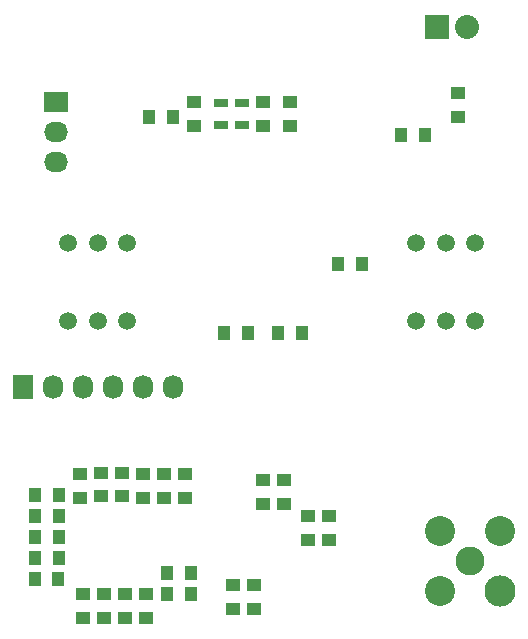
<source format=gbs>
G04 #@! TF.FileFunction,Soldermask,Bot*
%FSLAX46Y46*%
G04 Gerber Fmt 4.6, Leading zero omitted, Abs format (unit mm)*
G04 Created by KiCad (PCBNEW (2015-09-23 BZR 6209)-product) date Thu 24 Sep 2015 02:01:43 PM EDT*
%MOMM*%
G01*
G04 APERTURE LIST*
%ADD10C,0.100000*%
%ADD11R,1.250000X1.000000*%
%ADD12R,1.000000X1.250000*%
%ADD13R,1.300000X0.700000*%
%ADD14C,1.500000*%
%ADD15R,2.032000X1.727200*%
%ADD16O,2.032000X1.727200*%
%ADD17R,2.032000X2.032000*%
%ADD18O,2.032000X2.032000*%
%ADD19C,2.440000*%
%ADD20C,2.540000*%
%ADD21C,2.640000*%
%ADD22R,1.727200X2.032000*%
%ADD23O,1.727200X2.032000*%
G04 APERTURE END LIST*
D10*
D11*
X24892000Y-11668000D03*
X24892000Y-9668000D03*
X16764000Y-11668000D03*
X16764000Y-9668000D03*
D12*
X12970000Y-10922000D03*
X14970000Y-10922000D03*
D11*
X22606000Y-11668000D03*
X22606000Y-9668000D03*
D12*
X28988000Y-23368000D03*
X30988000Y-23368000D03*
X19320000Y-29210000D03*
X21320000Y-29210000D03*
X25892000Y-29210000D03*
X23892000Y-29210000D03*
D11*
X39116000Y-8906000D03*
X39116000Y-10906000D03*
D12*
X34306000Y-12446000D03*
X36306000Y-12446000D03*
D11*
X21844000Y-52578000D03*
X21844000Y-50578000D03*
X20066000Y-52578000D03*
X20066000Y-50578000D03*
X10668000Y-43021000D03*
X10668000Y-41021000D03*
X12446000Y-43180000D03*
X12446000Y-41180000D03*
X8890000Y-43021000D03*
X8890000Y-41021000D03*
X7112000Y-43164000D03*
X7112000Y-41164000D03*
D12*
X5318000Y-42926000D03*
X3318000Y-42926000D03*
X5318000Y-44704000D03*
X3318000Y-44704000D03*
D11*
X7366000Y-51324000D03*
X7366000Y-53324000D03*
X9144000Y-51324000D03*
X9144000Y-53324000D03*
D12*
X5302000Y-50038000D03*
X3302000Y-50038000D03*
D11*
X26416000Y-44704000D03*
X26416000Y-46704000D03*
D12*
X5334000Y-48260000D03*
X3334000Y-48260000D03*
D11*
X28194000Y-44704000D03*
X28194000Y-46704000D03*
X24384000Y-41688000D03*
X24384000Y-43688000D03*
D12*
X5334000Y-46482000D03*
X3334000Y-46482000D03*
D11*
X22606000Y-41656000D03*
X22606000Y-43656000D03*
X16002000Y-43164000D03*
X16002000Y-41164000D03*
X14224000Y-43164000D03*
X14224000Y-41164000D03*
D12*
X14510000Y-51308000D03*
X16510000Y-51308000D03*
X14494000Y-49530000D03*
X16494000Y-49530000D03*
D11*
X10922000Y-51308000D03*
X10922000Y-53308000D03*
X12700000Y-51324000D03*
X12700000Y-53324000D03*
D13*
X19050000Y-9718000D03*
X19050000Y-11618000D03*
X20828000Y-11618000D03*
X20828000Y-9718000D03*
D14*
X38100000Y-28194000D03*
X35600000Y-28194000D03*
X40600000Y-28194000D03*
X38100000Y-21590000D03*
X35600000Y-21590000D03*
X40600000Y-21590000D03*
X8636000Y-21590000D03*
X6136000Y-21590000D03*
X11136000Y-21590000D03*
X8636000Y-28194000D03*
X6136000Y-28194000D03*
X11136000Y-28194000D03*
D15*
X5080000Y-9652000D03*
D16*
X5080000Y-12192000D03*
X5080000Y-14732000D03*
D17*
X37338000Y-3302000D03*
D18*
X39878000Y-3302000D03*
D19*
X40132000Y-48514000D03*
D20*
X37592000Y-45974000D03*
X42672000Y-45974000D03*
X37592000Y-51054000D03*
D21*
X42672000Y-51054000D03*
D22*
X2286000Y-33782000D03*
D23*
X4826000Y-33782000D03*
X7366000Y-33782000D03*
X9906000Y-33782000D03*
X12446000Y-33782000D03*
X14986000Y-33782000D03*
M02*

</source>
